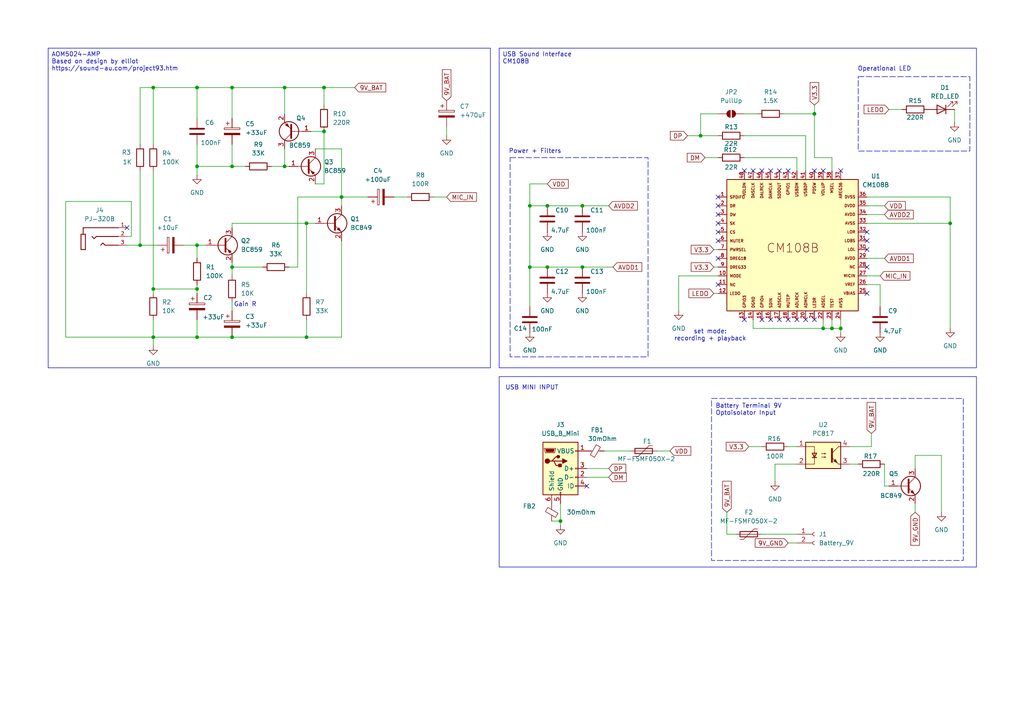
<source format=kicad_sch>
(kicad_sch (version 20250114) (generator "eeschema") (generator_version "9.0")
  (paper "A4")
  (lib_symbols
    (symbol "CM108B:CM108B" (pin_names (offset 1.016))
      (property "Reference" "U" (at 17.78 21.844 0))
      (property "Value" "CM108B" (at 17.78 -20.32 0))
      (symbol "CM108B_0_0"
        (rectangle (start -17.78 -17.78) (end 20.32 20.32) (stroke (width 0.254)) (fill (type background)))
        (text "SPDIFO" (at -17.018 14.732 0) (effects (font (size 0.8128 0.8128)) (justify left bottom)))
        (text "DR" (at -17.018 12.192 0) (effects (font (size 0.8128 0.8128)) (justify left bottom)))
        (text "DW" (at -17.018 9.652 0) (effects (font (size 0.8128 0.8128)) (justify left bottom)))
        (text "SK" (at -17.018 7.112 0) (effects (font (size 0.8128 0.8128)) (justify left bottom)))
        (text "CS" (at -17.018 4.572 0) (effects (font (size 0.8128 0.8128)) (justify left bottom)))
        (text "MUTER" (at -17.018 2.032 0) (effects (font (size 0.8128 0.8128)) (justify left bottom)))
        (text "PWRSEL" (at -17.018 -0.508 0) (effects (font (size 0.8128 0.8128)) (justify left bottom)))
        (text "DREG18" (at -17.018 -3.048 0) (effects (font (size 0.8128 0.8128)) (justify left bottom)))
        (text "DREG33" (at -17.018 -5.588 0) (effects (font (size 0.8128 0.8128)) (justify left bottom)))
        (text "MODE" (at -17.018 -8.128 0) (effects (font (size 0.8128 0.8128)) (justify left bottom)))
        (text "NC" (at -17.018 -10.668 0) (effects (font (size 0.8128 0.8128)) (justify left bottom)))
        (text "LEDO" (at -17.018 -13.208 0) (effects (font (size 0.8128 0.8128)) (justify left bottom)))
        (text "VOLDN" (at -13.208 19.558 900) (effects (font (size 0.8128 0.8128)) (justify right top)))
        (text "GPIO3" (at -12.192 -17.018 900) (effects (font (size 0.8128 0.8128)) (justify left bottom)))
        (text "DASCLK" (at -10.668 19.558 900) (effects (font (size 0.8128 0.8128)) (justify right top)))
        (text "DGND" (at -9.652 -17.018 900) (effects (font (size 0.8128 0.8128)) (justify left bottom)))
        (text "DALRCK" (at -8.128 19.558 900) (effects (font (size 0.8128 0.8128)) (justify right top)))
        (text "GPIO4" (at -7.112 -17.018 900) (effects (font (size 0.8128 0.8128)) (justify left bottom)))
        (text "CM108B" (at -6.35 -1.016 0) (effects (font (size 2.54 2.54)) (justify left bottom)))
        (text "DAMCLK" (at -5.588 19.558 900) (effects (font (size 0.8128 0.8128)) (justify right top)))
        (text "SDIN" (at -4.572 -17.018 900) (effects (font (size 0.8128 0.8128)) (justify left bottom)))
        (text "SDDOUT" (at -3.048 19.558 900) (effects (font (size 0.8128 0.8128)) (justify right top)))
        (text "ADSCLK" (at -2.032 -17.018 900) (effects (font (size 0.8128 0.8128)) (justify left bottom)))
        (text "GPIO1" (at -0.508 19.558 900) (effects (font (size 0.8128 0.8128)) (justify right top)))
        (text "MUTEP" (at 0.508 -17.018 900) (effects (font (size 0.8128 0.8128)) (justify left bottom)))
        (text "USBDM" (at 2.032 19.558 900) (effects (font (size 0.8128 0.8128)) (justify right top)))
        (text "ADLRCK" (at 3.048 -17.018 900) (effects (font (size 0.8128 0.8128)) (justify left bottom)))
        (text "USBDP" (at 4.572 19.558 900) (effects (font (size 0.8128 0.8128)) (justify right top)))
        (text "ADMCLK" (at 5.588 -17.018 900) (effects (font (size 0.8128 0.8128)) (justify left bottom)))
        (text "PDSW" (at 7.112 19.558 900) (effects (font (size 0.8128 0.8128)) (justify right top)))
        (text "LEDR" (at 8.128 -17.018 900) (effects (font (size 0.8128 0.8128)) (justify left bottom)))
        (text "VOLUP" (at 9.652 19.558 900) (effects (font (size 0.8128 0.8128)) (justify right top)))
        (text "ADSEL" (at 10.668 -17.018 900) (effects (font (size 0.8128 0.8128)) (justify left bottom)))
        (text "MSEL" (at 12.192 19.558 900) (effects (font (size 0.8128 0.8128)) (justify right top)))
        (text "TEST" (at 13.208 -17.018 900) (effects (font (size 0.8128 0.8128)) (justify left bottom)))
        (text "AREG36" (at 14.732 19.558 900) (effects (font (size 0.8128 0.8128)) (justify right top)))
        (text "AVSS" (at 15.748 -17.018 900) (effects (font (size 0.8128 0.8128)) (justify left bottom)))
        (text "DVSS" (at 19.558 15.748 0) (effects (font (size 0.8128 0.8128)) (justify right top)))
        (text "DVDD" (at 19.558 13.208 0) (effects (font (size 0.8128 0.8128)) (justify right top)))
        (text "AVDD" (at 19.558 10.668 0) (effects (font (size 0.8128 0.8128)) (justify right top)))
        (text "AVSS" (at 19.558 8.128 0) (effects (font (size 0.8128 0.8128)) (justify right top)))
        (text "LOR" (at 19.558 5.588 0) (effects (font (size 0.8128 0.8128)) (justify right top)))
        (text "LOBS" (at 19.558 3.048 0) (effects (font (size 0.8128 0.8128)) (justify right top)))
        (text "LOL" (at 19.558 0.508 0) (effects (font (size 0.8128 0.8128)) (justify right top)))
        (text "AVDD" (at 19.558 -2.032 0) (effects (font (size 0.8128 0.8128)) (justify right top)))
        (text "NC" (at 19.558 -4.572 0) (effects (font (size 0.8128 0.8128)) (justify right top)))
        (text "MICIN" (at 19.558 -7.112 0) (effects (font (size 0.8128 0.8128)) (justify right top)))
        (text "VREF" (at 19.558 -9.652 0) (effects (font (size 0.8128 0.8128)) (justify right top)))
        (text "VBIAS" (at 19.558 -12.192 0) (effects (font (size 0.8128 0.8128)) (justify right top)))
        (pin bidirectional line (at -20.32 15.24 0) (length 2.54) (name "~") (number "1"))
        (pin bidirectional line (at -20.32 12.7 0) (length 2.54) (name "~") (number "2"))
        (pin bidirectional line (at -20.32 10.16 0) (length 2.54) (name "~") (number "3"))
        (pin bidirectional line (at -20.32 7.62 0) (length 2.54) (name "~") (number "4"))
        (pin bidirectional line (at -20.32 5.08 0) (length 2.54) (name "~") (number "5"))
        (pin bidirectional line (at -20.32 2.54 0) (length 2.54) (name "~") (number "6"))
        (pin bidirectional line (at -20.32 0 0) (length 2.54) (name "~") (number "7"))
        (pin bidirectional line (at -20.32 -2.54 0) (length 2.54) (name "~") (number "8"))
        (pin bidirectional line (at -20.32 -5.08 0) (length 2.54) (name "~") (number "9"))
        (pin bidirectional line (at -20.32 -7.62 0) (length 2.54) (name "~") (number "10"))
        (pin bidirectional line (at -20.32 -10.16 0) (length 2.54) (name "~") (number "11"))
        (pin bidirectional line (at -20.32 -12.7 0) (length 2.54) (name "~") (number "12"))
        (pin bidirectional line (at -12.7 22.86 270) (length 2.54) (name "~") (number "48"))
        (pin bidirectional line (at -12.7 -20.32 90) (length 2.54) (name "~") (number "13"))
        (pin bidirectional line (at -10.16 22.86 270) (length 2.54) (name "~") (number "47"))
        (pin bidirectional line (at -10.16 -20.32 90) (length 2.54) (name "~") (number "14"))
        (pin bidirectional line (at -7.62 22.86 270) (length 2.54) (name "~") (number "46"))
        (pin bidirectional line (at -7.62 -20.32 90) (length 2.54) (name "~") (number "15"))
        (pin bidirectional line (at -5.08 22.86 270) (length 2.54) (name "~") (number "45"))
        (pin bidirectional line (at -5.08 -20.32 90) (length 2.54) (name "~") (number "16"))
        (pin bidirectional line (at -2.54 22.86 270) (length 2.54) (name "~") (number "44"))
        (pin bidirectional line (at -2.54 -20.32 90) (length 2.54) (name "~") (number "17"))
        (pin bidirectional line (at 0 22.86 270) (length 2.54) (name "~") (number "43"))
        (pin bidirectional line (at 0 -20.32 90) (length 2.54) (name "~") (number "18"))
        (pin bidirectional line (at 2.54 22.86 270) (length 2.54) (name "~") (number "42"))
        (pin bidirectional line (at 2.54 -20.32 90) (length 2.54) (name "~") (number "19"))
        (pin bidirectional line (at 5.08 22.86 270) (length 2.54) (name "~") (number "41"))
        (pin bidirectional line (at 5.08 -20.32 90) (length 2.54) (name "~") (number "20"))
        (pin bidirectional line (at 7.62 22.86 270) (length 2.54) (name "~") (number "40"))
        (pin bidirectional line (at 7.62 -20.32 90) (length 2.54) (name "~") (number "21"))
        (pin bidirectional line (at 10.16 22.86 270) (length 2.54) (name "~") (number "39"))
        (pin bidirectional line (at 10.16 -20.32 90) (length 2.54) (name "~") (number "22"))
        (pin bidirectional line (at 12.7 22.86 270) (length 2.54) (name "~") (number "38"))
        (pin bidirectional line (at 12.7 -20.32 90) (length 2.54) (name "~") (number "23"))
        (pin bidirectional line (at 15.24 22.86 270) (length 2.54) (name "~") (number "37"))
        (pin bidirectional line (at 15.24 -20.32 90) (length 2.54) (name "~") (number "24"))
        (pin bidirectional line (at 22.86 15.24 180) (length 2.54) (name "~") (number "36"))
        (pin bidirectional line (at 22.86 12.7 180) (length 2.54) (name "~") (number "35"))
        (pin bidirectional line (at 22.86 10.16 180) (length 2.54) (name "~") (number "34"))
        (pin bidirectional line (at 22.86 7.62 180) (length 2.54) (name "~") (number "33"))
        (pin bidirectional line (at 22.86 5.08 180) (length 2.54) (name "~") (number "32"))
        (pin bidirectional line (at 22.86 2.54 180) (length 2.54) (name "~") (number "31"))
        (pin bidirectional line (at 22.86 0 180) (length 2.54) (name "~") (number "30"))
        (pin bidirectional line (at 22.86 -2.54 180) (length 2.54) (name "~") (number "29"))
        (pin bidirectional line (at 22.86 -5.08 180) (length 2.54) (name "~") (number "28"))
        (pin bidirectional line (at 22.86 -7.62 180) (length 2.54) (name "~") (number "27"))
        (pin bidirectional line (at 22.86 -10.16 180) (length 2.54) (name "~") (number "26"))
        (pin bidirectional line (at 22.86 -12.7 180) (length 2.54) (name "~") (number "25"))
      )
    )
    (symbol "Connector:Conn_01x02_Socket" (pin_names (offset 1.016) (hide yes))
      (property "Reference" "J" (at 0 2.54 0))
      (property "Value" "Conn_01x02_Socket" (at 0 -5.08 0))
      (symbol "Conn_01x02_Socket_1_1"
        (polyline (pts (xy -1.27 0) (xy -0.508 0)) (stroke (width 0.1524)))
        (polyline (pts (xy -1.27 -2.54) (xy -0.508 -2.54)) (stroke (width 0.1524)))
        (arc (start 0 -0.508) (mid -0.5058 0) (end 0 0.508) (stroke (width 0.1524)))
        (arc (start 0 -3.048) (mid -0.5058 -2.54) (end 0 -2.032) (stroke (width 0.1524)))
        (pin passive line (at -5.08 0 0) (length 3.81) (name "Pin_1") (number "1"))
        (pin passive line (at -5.08 -2.54 0) (length 3.81) (name "Pin_2") (number "2"))
      )
    )
    (symbol "Connector:USB_B_Mini" (pin_names (offset 1.016))
      (property "Reference" "J" (at -5.08 11.43 0))
      (property "Value" "USB_B_Mini" (at -5.08 8.89 0))
      (symbol "USB_B_Mini_0_1"
        (rectangle (start -5.08 -7.62) (end 5.08 7.62) (stroke (width 0.254)) (fill (type background)))
        (polyline (pts (xy -4.699 5.842) (xy -4.699 5.588) (xy -4.445 4.826) (xy -4.445 4.572) (xy -1.651 4.572) (xy -1.651 4.826) (xy -1.397 5.588) (xy -1.397 5.842) (xy -4.699 5.842)))
        (polyline (pts (xy -4.318 5.588) (xy -1.778 5.588) (xy -2.032 4.826) (xy -4.064 4.826) (xy -4.318 5.588)) (fill (type outline)))
        (circle (center -3.81 2.159) (radius 0.635) (stroke (width 0.254)) (fill (type outline)))
        (polyline (pts (xy -3.175 2.159) (xy -2.54 2.159) (xy -1.27 3.429) (xy -0.635 3.429)) (stroke (width 0.254)))
        (polyline (pts (xy -2.54 2.159) (xy -1.905 2.159) (xy -1.27 0.889) (xy 0 0.889)) (stroke (width 0.254)))
        (polyline (pts (xy -1.905 2.159) (xy 0.635 2.159)) (stroke (width 0.254)))
        (circle (center -0.635 3.429) (radius 0.381) (stroke (width 0.254)) (fill (type outline)))
        (rectangle (start -0.127 -7.62) (end 0.127 -6.858))
        (rectangle (start 0.254 1.27) (end -0.508 0.508) (stroke (width 0.254)) (fill (type outline)))
        (polyline (pts (xy 0.635 2.794) (xy 0.635 1.524) (xy 1.905 2.159) (xy 0.635 2.794)) (stroke (width 0.254)) (fill (type outline)))
        (rectangle (start 5.08 4.953) (end 4.318 5.207))
        (rectangle (start 5.08 -0.127) (end 4.318 0.127))
        (rectangle (start 5.08 -2.667) (end 4.318 -2.413))
        (rectangle (start 5.08 -5.207) (end 4.318 -4.953))
      )
      (symbol "USB_B_Mini_1_1"
        (pin passive line (at -2.54 -10.16 90) (length 2.54) (name "Shield") (number "6"))
        (pin power_out line (at 0 -10.16 90) (length 2.54) (name "GND") (number "5"))
        (pin power_out line (at 7.62 5.08 180) (length 2.54) (name "VBUS") (number "1"))
        (pin bidirectional line (at 7.62 0 180) (length 2.54) (name "D+") (number "3"))
        (pin bidirectional line (at 7.62 -2.54 180) (length 2.54) (name "D-") (number "2"))
        (pin passive line (at 7.62 -5.08 180) (length 2.54) (name "ID") (number "4"))
      )
    )
    (symbol "Device:C" (pin_numbers (hide yes)) (pin_names (offset 0.254))
      (property "Reference" "C" (at 0.635 2.54 0))
      (property "Value" "C" (at 0.635 -2.54 0))
      (symbol "C_0_1"
        (polyline (pts (xy -2.032 0.762) (xy 2.032 0.762)) (stroke (width 0.508)))
        (polyline (pts (xy -2.032 -0.762) (xy 2.032 -0.762)) (stroke (width 0.508)))
      )
      (symbol "C_1_1"
        (pin passive line (at 0 3.81 270) (length 2.794) (name "~") (number "1"))
        (pin passive line (at 0 -3.81 90) (length 2.794) (name "~") (number "2"))
      )
    )
    (symbol "Device:C_Polarized" (pin_numbers (hide yes)) (pin_names (offset 0.254))
      (property "Reference" "C" (at 0.635 2.54 0))
      (property "Value" "C_Polarized" (at 0.635 -2.54 0))
      (symbol "C_Polarized_0_1"
        (rectangle (start -2.286 0.508) (end 2.286 1.016))
        (polyline (pts (xy -1.778 2.286) (xy -0.762 2.286)))
        (polyline (pts (xy -1.27 2.794) (xy -1.27 1.778)))
        (rectangle (start 2.286 -0.508) (end -2.286 -1.016) (fill (type outline)))
      )
      (symbol "C_Polarized_1_1"
        (pin passive line (at 0 3.81 270) (length 2.794) (name "~") (number "1"))
        (pin passive line (at 0 -3.81 90) (length 2.794) (name "~") (number "2"))
      )
    )
    (symbol "Device:FerriteBead_Small" (pin_numbers (hide yes)) (pin_names (offset 0))
      (property "Reference" "FB" (at 1.905 1.27 0))
      (property "Value" "FerriteBead_Small" (at 1.905 -1.27 0))
      (symbol "FerriteBead_Small_0_1"
        (polyline (pts (xy -1.8288 0.2794) (xy -1.1176 1.4986) (xy 1.8288 -0.2032) (xy 1.1176 -1.4224) (xy -1.8288 0.2794)))
        (polyline (pts (xy 0 0.889) (xy 0 1.2954)))
        (polyline (pts (xy 0 -1.27) (xy 0 -0.7874)))
      )
      (symbol "FerriteBead_Small_1_1"
        (pin passive line (at 0 2.54 270) (length 1.27) (name "~") (number "1"))
        (pin passive line (at 0 -2.54 90) (length 1.27) (name "~") (number "2"))
      )
    )
    (symbol "Device:LED" (pin_numbers (hide yes)) (pin_names (offset 1.016) (hide yes))
      (property "Reference" "D" (at 0 2.54 0))
      (property "Value" "LED" (at 0 -2.54 0))
      (symbol "LED_0_1"
        (polyline (pts (xy -3.048 -0.762) (xy -4.572 -2.286) (xy -3.81 -2.286) (xy -4.572 -2.286) (xy -4.572 -1.524)))
        (polyline (pts (xy -1.778 -0.762) (xy -3.302 -2.286) (xy -2.54 -2.286) (xy -3.302 -2.286) (xy -3.302 -1.524)))
        (polyline (pts (xy -1.27 0) (xy 1.27 0)))
        (polyline (pts (xy -1.27 -1.27) (xy -1.27 1.27)) (stroke (width 0.254)))
        (polyline (pts (xy 1.27 -1.27) (xy 1.27 1.27) (xy -1.27 0) (xy 1.27 -1.27)) (stroke (width 0.254)))
      )
      (symbol "LED_1_1"
        (pin passive line (at -3.81 0 0) (length 2.54) (name "K") (number "1"))
        (pin passive line (at 3.81 0 180) (length 2.54) (name "A") (number "2"))
      )
    )
    (symbol "Device:Polyfuse" (pin_numbers (hide yes)) (pin_names (offset 0))
      (property "Reference" "F" (at -2.54 0 90))
      (property "Value" "Polyfuse" (at 2.54 0 90))
      (symbol "Polyfuse_0_1"
        (polyline (pts (xy -1.524 2.54) (xy -1.524 1.524) (xy 1.524 -1.524) (xy 1.524 -2.54)))
        (rectangle (start -0.762 2.54) (end 0.762 -2.54) (stroke (width 0.254)))
        (polyline (pts (xy 0 2.54) (xy 0 -2.54)))
      )
      (symbol "Polyfuse_1_1"
        (pin passive line (at 0 3.81 270) (length 1.27) (name "~") (number "1"))
        (pin passive line (at 0 -3.81 90) (length 1.27) (name "~") (number "2"))
      )
    )
    (symbol "Device:R" (pin_numbers (hide yes)) (pin_names (offset 0))
      (property "Reference" "R" (at 2.032 0 90))
      (property "Value" "R" (at 0 0 90))
      (symbol "R_0_1"
        (rectangle (start -1.016 -2.54) (end 1.016 2.54) (stroke (width 0.254)))
      )
      (symbol "R_1_1"
        (pin passive line (at 0 3.81 270) (length 1.27) (name "~") (number "1"))
        (pin passive line (at 0 -3.81 90) (length 1.27) (name "~") (number "2"))
      )
    )
    (symbol "Isolator:PC817" (pin_names (offset 1.016))
      (property "Reference" "U" (at -5.08 5.08 0))
      (property "Value" "PC817" (at 0 5.08 0))
      (symbol "PC817_0_1"
        (rectangle (start -5.08 3.81) (end 5.08 -3.81) (stroke (width 0.254)) (fill (type background)))
        (polyline (pts (xy -5.08 2.54) (xy -2.54 2.54) (xy -2.54 -0.635)))
        (polyline (pts (xy -3.175 -0.635) (xy -1.905 -0.635)) (stroke (width 0.254)))
        (polyline (pts (xy -2.54 -0.635) (xy -2.54 -2.54) (xy -5.08 -2.54)))
        (polyline (pts (xy -2.54 -0.635) (xy -3.175 0.635) (xy -1.905 0.635) (xy -2.54 -0.635)) (stroke (width 0.254)))
        (polyline (pts (xy -0.508 0.508) (xy 0.762 0.508) (xy 0.381 0.381) (xy 0.381 0.635) (xy 0.762 0.508)))
        (polyline (pts (xy -0.508 -0.508) (xy 0.762 -0.508) (xy 0.381 -0.635) (xy 0.381 -0.381) (xy 0.762 -0.508)))
        (polyline (pts (xy 2.54 1.905) (xy 2.54 -1.905) (xy 2.54 -1.905)) (stroke (width 0.508)))
        (polyline (pts (xy 2.54 0.635) (xy 4.445 2.54)))
        (polyline (pts (xy 3.048 -1.651) (xy 3.556 -1.143) (xy 4.064 -2.159) (xy 3.048 -1.651) (xy 3.048 -1.651)) (fill (type outline)))
        (polyline (pts (xy 4.445 2.54) (xy 5.08 2.54)))
        (polyline (pts (xy 4.445 -2.54) (xy 2.54 -0.635)) (fill (type outline)))
        (polyline (pts (xy 4.445 -2.54) (xy 5.08 -2.54)))
      )
      (symbol "PC817_1_1"
        (pin passive line (at -7.62 2.54 0) (length 2.54) (name "~") (number "1"))
        (pin passive line (at -7.62 -2.54 0) (length 2.54) (name "~") (number "2"))
        (pin passive line (at 7.62 2.54 180) (length 2.54) (name "~") (number "4"))
        (pin passive line (at 7.62 -2.54 180) (length 2.54) (name "~") (number "3"))
      )
    )
    (symbol "Jumper:SolderJumper_2_Open" (pin_numbers (hide yes)) (pin_names (offset 0) (hide yes)) (in_bom no)
      (property "Reference" "JP" (at 0 2.032 0))
      (property "Value" "SolderJumper_2_Open" (at 0 -2.54 0))
      (symbol "SolderJumper_2_Open_0_1"
        (polyline (pts (xy -0.254 1.016) (xy -0.254 -1.016)))
        (arc (start -0.254 -1.016) (mid -1.2656 0) (end -0.254 1.016))
        (arc (start -0.254 -1.016) (mid -1.2656 0) (end -0.254 1.016) (fill (type outline)))
        (arc (start 0.254 1.016) (mid 1.2656 0) (end 0.254 -1.016))
        (arc (start 0.254 1.016) (mid 1.2656 0) (end 0.254 -1.016) (fill (type outline)))
        (polyline (pts (xy 0.254 1.016) (xy 0.254 -1.016)))
      )
      (symbol "SolderJumper_2_Open_1_1"
        (pin passive line (at -3.81 0 0) (length 2.54) (name "A") (number "1"))
        (pin passive line (at 3.81 0 180) (length 2.54) (name "B") (number "2"))
      )
    )
    (symbol "PJ-320B:PJ-320B" (pin_names (offset 1.016))
      (property "Reference" "J" (at -5.08 5.08 0))
      (property "Value" "PJ-320B" (at -5.08 -7.62 0))
      (symbol "PJ-320B_0_0"
        (polyline (pts (xy -5.715 0.635) (xy -5.08 0.635)) (stroke (width 0.254)))
        (polyline (pts (xy -5.715 -3.81) (xy -5.715 0.635)) (stroke (width 0.254)))
        (polyline (pts (xy -5.08 2.54) (xy -5.08 0.635)) (stroke (width 0.254)))
        (polyline (pts (xy -5.08 0.635) (xy -4.445 0.635)) (stroke (width 0.254)))
        (polyline (pts (xy -4.445 0.635) (xy -4.445 -3.81)) (stroke (width 0.254)))
        (polyline (pts (xy -4.445 -3.81) (xy -5.715 -3.81)) (stroke (width 0.254)))
        (polyline (pts (xy -1.905 -0.635) (xy -2.54 0)) (stroke (width 0.254)))
        (polyline (pts (xy -1.27 0) (xy -1.905 -0.635)) (stroke (width 0.254)))
        (polyline (pts (xy 0.635 -1.905) (xy 0 -2.54)) (stroke (width 0.254)))
        (polyline (pts (xy 1.27 -2.54) (xy 0.635 -1.905)) (stroke (width 0.254)))
        (polyline (pts (xy 5.08 2.54) (xy -5.08 2.54)) (stroke (width 0.254)))
        (polyline (pts (xy 5.08 0) (xy -1.27 0)) (stroke (width 0.254)))
        (polyline (pts (xy 5.08 -2.54) (xy 1.27 -2.54)) (stroke (width 0.254)))
        (pin passive line (at 7.62 2.54 180) (length 2.54) (name "~") (number "1"))
        (pin passive line (at 7.62 0 180) (length 2.54) (name "~") (number "2"))
        (pin passive line (at 7.62 -2.54 180) (length 2.54) (name "~") (number "3"))
      )
    )
    (symbol "Transistor_BJT:BC849" (pin_names (offset 0) (hide yes))
      (property "Reference" "Q" (at 5.08 1.905 0))
      (property "Value" "BC849" (at 5.08 0 0))
      (symbol "BC849_0_1"
        (polyline (pts (xy -2.54 0) (xy 0.635 0)))
        (polyline (pts (xy 0.635 1.905) (xy 0.635 -1.905)) (stroke (width 0.508)))
        (circle (center 1.27 0) (radius 2.8194) (stroke (width 0.254)))
      )
      (symbol "BC849_1_1"
        (polyline (pts (xy 0.635 0.635) (xy 2.54 2.54)))
        (polyline (pts (xy 0.635 -0.635) (xy 2.54 -2.54)))
        (polyline (pts (xy 1.27 -1.778) (xy 1.778 -1.27) (xy 2.286 -2.286) (xy 1.27 -1.778)) (fill (type outline)))
        (pin input line (at -5.08 0 0) (length 2.54) (name "B") (number "1"))
        (pin passive line (at 2.54 5.08 270) (length 2.54) (name "C") (number "3"))
        (pin passive line (at 2.54 -5.08 90) (length 2.54) (name "E") (number "2"))
      )
    )
    (symbol "Transistor_BJT:BC859" (pin_names (offset 0) (hide yes))
      (property "Reference" "Q" (at 5.08 1.905 0))
      (property "Value" "BC859" (at 5.08 0 0))
      (symbol "BC859_0_1"
        (polyline (pts (xy -2.54 0) (xy 0.635 0)))
        (polyline (pts (xy 0.635 1.905) (xy 0.635 -1.905)) (stroke (width 0.508)))
        (polyline (pts (xy 0.635 0.635) (xy 2.54 2.54)))
        (polyline (pts (xy 0.635 -0.635) (xy 2.54 -2.54)))
        (circle (center 1.27 0) (radius 2.8194) (stroke (width 0.254)))
        (polyline (pts (xy 2.286 -1.778) (xy 1.778 -2.286) (xy 1.27 -1.27) (xy 2.286 -1.778)) (fill (type outline)))
      )
      (symbol "BC859_1_1"
        (pin input line (at -5.08 0 0) (length 2.54) (name "B") (number "1"))
        (pin passive line (at 2.54 5.08 270) (length 2.54) (name "C") (number "3"))
        (pin passive line (at 2.54 -5.08 90) (length 2.54) (name "E") (number "2"))
      )
    )
    (symbol "power:GND" (power) (pin_numbers (hide yes)) (pin_names (offset 0) (hide yes))
      (property "Value" "GND" (at 0 -3.81 0))
      (symbol "GND_0_1"
        (polyline (pts (xy 0 0) (xy 0 -1.27) (xy 1.27 -1.27) (xy 0 -2.54) (xy -1.27 -1.27) (xy 0 -1.27)))
      )
      (symbol "GND_1_1"
        (pin power_in line (at 0 0 270) (length 0) (name "~") (number "1"))
      )
    )
  )
  (rectangle (start 144.78 109.22) (end 283.21 164.465))
  (rectangle (start 248.92 22.225) (end 281.305 43.815) (stroke (width 0) (type dash)))
  (rectangle (start 147.955 45.72) (end 187.96 103.505) (stroke (width 0) (type dash)))
  (rectangle (start 206.375 115.57) (end 279.4 162.56) (stroke (width 0) (type dash)))
  (text "Operational LED" (at 256.54 20.066 0) (effects (font (size 1.27 1.27))))
  (text "Battery Terminal 9V\nOptoisolator Input" (at 207.518 118.872 0) (effects (font (size 1.27 1.27)) (justify left)))
  (text "set mode:\nrecording + playback" (at 205.994 97.282 0) (effects (font (size 1.27 1.27))))
  (text "USB MINI INPUT" (at 146.558 112.522 0) (effects (font (size 1.27 1.27)) (justify left)))
  (text "Power + Filters\n" (at 155.194 43.942 0) (effects (font (size 1.27 1.27))))
  (text "Gain R" (at 71.12 88.392 0) (effects (font (size 1.27 1.27))))
  (text_box "USB Sound Interface\nCM108B" (at 144.78 13.97 0) (size 138.43 92.71) (margins 0.9525 0.9525 0.9525 0.9525) (effects (font (size 1.27 1.27)) (justify left top)))
  (text_box "AOM5024-AMP\nBased on design by elliot\nhttps://sound-au.com/project93.htm\n" (at 13.97 13.97 0) (size 128.27 92.71) (margins 0.9525 0.9525 0.9525 0.9525) (effects (font (size 1.27 1.27)) (justify left top)))
  (junction (at 153.67 77.47))
  (junction (at 243.84 95.25))
  (junction (at 153.67 59.69))
  (junction (at 67.31 48.26))
  (junction (at 82.55 48.26))
  (junction (at 44.45 25.4))
  (junction (at 88.9 97.79))
  (junction (at 168.91 77.47))
  (junction (at 99.06 57.15))
  (junction (at 44.45 97.79))
  (junction (at 57.15 97.79))
  (junction (at 67.31 77.47))
  (junction (at 40.64 71.12))
  (junction (at 162.56 151.13))
  (junction (at 88.9 64.77))
  (junction (at 82.55 25.4))
  (junction (at 44.45 83.82))
  (junction (at 236.22 33.02))
  (junction (at 93.98 38.1))
  (junction (at 158.75 59.69))
  (junction (at 168.91 59.69))
  (junction (at 57.15 25.4))
  (junction (at 67.31 97.79))
  (junction (at 241.3 95.25))
  (junction (at 57.15 83.82))
  (junction (at 57.15 71.12))
  (junction (at 67.31 25.4))
  (junction (at 57.15 48.26))
  (junction (at 275.59 64.77))
  (junction (at 238.76 95.25))
  (junction (at 93.98 25.4))
  (junction (at 203.2 39.37))
  (junction (at 158.75 77.47))
  (no_connect (at 36.83 66.04))
  (no_connect (at 251.46 72.39))
  (no_connect (at 208.28 59.69))
  (no_connect (at 215.9 92.71))
  (no_connect (at 208.28 62.23))
  (no_connect (at 251.46 67.31))
  (no_connect (at 228.6 49.53))
  (no_connect (at 223.52 92.71))
  (no_connect (at 220.98 92.71))
  (no_connect (at 218.44 49.53))
  (no_connect (at 231.14 92.71))
  (no_connect (at 251.46 85.09))
  (no_connect (at 226.06 49.53))
  (no_connect (at 223.52 49.53))
  (no_connect (at 236.22 92.71))
  (no_connect (at 226.06 92.71))
  (no_connect (at 208.28 82.55))
  (no_connect (at 220.98 49.53))
  (no_connect (at 208.28 74.93))
  (no_connect (at 251.46 69.85))
  (no_connect (at 236.22 49.53))
  (no_connect (at 238.76 49.53))
  (no_connect (at 233.68 92.71))
  (no_connect (at 170.18 140.97))
  (no_connect (at 208.28 69.85))
  (no_connect (at 208.28 57.15))
  (no_connect (at 215.9 49.53))
  (no_connect (at 228.6 92.71))
  (no_connect (at 251.46 77.47))
  (no_connect (at 208.28 64.77))
  (no_connect (at 243.84 49.53))
  (no_connect (at 208.28 67.31))
  (wire (pts (xy 162.56 146.05) (xy 162.56 151.13)))
  (wire (pts (xy 67.31 25.4) (xy 57.15 25.4)))
  (wire (pts (xy 220.98 154.94) (xy 231.14 154.94)))
  (wire (pts (xy 114.3 57.15) (xy 118.11 57.15)))
  (wire (pts (xy 158.75 77.47) (xy 168.91 77.47)))
  (wire (pts (xy 57.15 83.82) (xy 57.15 85.09)))
  (wire (pts (xy 162.56 151.13) (xy 162.56 152.4)))
  (wire (pts (xy 238.76 92.71) (xy 238.76 95.25)))
  (wire (pts (xy 203.2 33.02) (xy 203.2 39.37)))
  (wire (pts (xy 19.05 58.42) (xy 38.1 58.42)))
  (wire (pts (xy 57.15 92.71) (xy 57.15 97.79)))
  (wire (pts (xy 246.38 134.62) (xy 248.92 134.62)))
  (wire (pts (xy 153.67 53.34) (xy 153.67 59.69)))
  (wire (pts (xy 215.9 33.02) (xy 219.71 33.02)))
  (wire (pts (xy 241.3 95.25) (xy 243.84 95.25)))
  (wire (pts (xy 93.98 38.1) (xy 93.98 53.34)))
  (wire (pts (xy 210.82 148.59) (xy 210.82 154.94)))
  (wire (pts (xy 170.18 135.89) (xy 176.53 135.89)))
  (wire (pts (xy 190.5 130.81) (xy 194.31 130.81)))
  (wire (pts (xy 158.75 59.69) (xy 168.91 59.69)))
  (wire (pts (xy 241.3 45.72) (xy 241.3 49.53)))
  (wire (pts (xy 82.55 25.4) (xy 82.55 33.02)))
  (wire (pts (xy 44.45 25.4) (xy 40.64 25.4)))
  (wire (pts (xy 168.91 77.47) (xy 177.8 77.47)))
  (wire (pts (xy 153.67 59.69) (xy 158.75 59.69)))
  (wire (pts (xy 82.55 25.4) (xy 93.98 25.4)))
  (wire (pts (xy 83.82 77.47) (xy 86.36 77.47)))
  (wire (pts (xy 40.64 25.4) (xy 40.64 41.91)))
  (wire (pts (xy 160.02 151.13) (xy 162.56 151.13)))
  (wire (pts (xy 93.98 25.4) (xy 93.98 30.48)))
  (wire (pts (xy 57.15 41.91) (xy 57.15 48.26)))
  (wire (pts (xy 241.3 45.72) (xy 236.22 45.72)))
  (wire (pts (xy 218.44 92.71) (xy 218.44 95.25)))
  (wire (pts (xy 256.54 134.62) (xy 256.54 140.97)))
  (wire (pts (xy 57.15 71.12) (xy 57.15 74.93)))
  (wire (pts (xy 44.45 97.79) (xy 44.45 100.33)))
  (wire (pts (xy 125.73 57.15) (xy 129.54 57.15)))
  (wire (pts (xy 256.54 140.97) (xy 257.81 140.97)))
  (wire (pts (xy 38.1 68.58) (xy 38.1 58.42)))
  (wire (pts (xy 265.43 146.05) (xy 265.43 148.59)))
  (wire (pts (xy 57.15 82.55) (xy 57.15 83.82)))
  (wire (pts (xy 251.46 64.77) (xy 275.59 64.77)))
  (wire (pts (xy 215.9 45.72) (xy 231.14 45.72)))
  (wire (pts (xy 273.05 132.08) (xy 273.05 148.59)))
  (wire (pts (xy 57.15 48.26) (xy 67.31 48.26)))
  (wire (pts (xy 99.06 97.79) (xy 88.9 97.79)))
  (wire (pts (xy 238.76 95.25) (xy 241.3 95.25)))
  (wire (pts (xy 57.15 71.12) (xy 59.69 71.12)))
  (wire (pts (xy 207.01 77.47) (xy 208.28 77.47)))
  (wire (pts (xy 255.27 82.55) (xy 255.27 88.9)))
  (wire (pts (xy 57.15 97.79) (xy 67.31 97.79)))
  (wire (pts (xy 196.85 80.01) (xy 208.28 80.01)))
  (wire (pts (xy 99.06 57.15) (xy 106.68 57.15)))
  (wire (pts (xy 57.15 25.4) (xy 44.45 25.4)))
  (wire (pts (xy 67.31 66.04) (xy 67.31 64.77)))
  (wire (pts (xy 275.59 64.77) (xy 275.59 95.25)))
  (wire (pts (xy 168.91 59.69) (xy 176.53 59.69)))
  (wire (pts (xy 93.98 25.4) (xy 102.87 25.4)))
  (wire (pts (xy 67.31 64.77) (xy 88.9 64.77)))
  (wire (pts (xy 236.22 33.02) (xy 236.22 45.72)))
  (wire (pts (xy 153.67 77.47) (xy 158.75 77.47)))
  (wire (pts (xy 78.74 48.26) (xy 82.55 48.26)))
  (wire (pts (xy 36.83 71.12) (xy 40.64 71.12)))
  (wire (pts (xy 215.9 39.37) (xy 233.68 39.37)))
  (wire (pts (xy 251.46 80.01) (xy 255.27 80.01)))
  (wire (pts (xy 207.01 85.09) (xy 208.28 85.09)))
  (wire (pts (xy 276.86 31.75) (xy 276.86 35.56)))
  (wire (pts (xy 57.15 97.79) (xy 44.45 97.79)))
  (wire (pts (xy 251.46 57.15) (xy 275.59 57.15)))
  (wire (pts (xy 40.64 49.53) (xy 40.64 71.12)))
  (wire (pts (xy 90.17 38.1) (xy 93.98 38.1)))
  (wire (pts (xy 158.75 53.34) (xy 153.67 53.34)))
  (wire (pts (xy 170.18 138.43) (xy 176.53 138.43)))
  (wire (pts (xy 53.34 71.12) (xy 57.15 71.12)))
  (wire (pts (xy 210.82 154.94) (xy 213.36 154.94)))
  (wire (pts (xy 129.54 36.83) (xy 129.54 39.37)))
  (wire (pts (xy 40.64 71.12) (xy 45.72 71.12)))
  (wire (pts (xy 252.73 125.73) (xy 252.73 129.54)))
  (wire (pts (xy 275.59 57.15) (xy 275.59 64.77)))
  (wire (pts (xy 57.15 48.26) (xy 57.15 50.8)))
  (wire (pts (xy 88.9 64.77) (xy 88.9 85.09)))
  (wire (pts (xy 153.67 77.47) (xy 153.67 88.9)))
  (wire (pts (xy 207.01 72.39) (xy 208.28 72.39)))
  (wire (pts (xy 208.28 33.02) (xy 203.2 33.02)))
  (wire (pts (xy 251.46 82.55) (xy 255.27 82.55)))
  (wire (pts (xy 231.14 45.72) (xy 231.14 49.53)))
  (wire (pts (xy 217.17 129.54) (xy 220.98 129.54)))
  (wire (pts (xy 99.06 43.18) (xy 91.44 43.18)))
  (wire (pts (xy 204.47 45.72) (xy 208.28 45.72)))
  (wire (pts (xy 86.36 57.15) (xy 99.06 57.15)))
  (wire (pts (xy 243.84 95.25) (xy 243.84 96.52)))
  (wire (pts (xy 86.36 77.47) (xy 86.36 57.15)))
  (wire (pts (xy 44.45 25.4) (xy 44.45 41.91)))
  (wire (pts (xy 175.26 130.81) (xy 182.88 130.81)))
  (wire (pts (xy 236.22 30.48) (xy 236.22 33.02)))
  (wire (pts (xy 228.6 157.48) (xy 231.14 157.48)))
  (wire (pts (xy 82.55 48.26) (xy 83.82 48.26)))
  (wire (pts (xy 99.06 57.15) (xy 99.06 59.69)))
  (wire (pts (xy 44.45 92.71) (xy 44.45 97.79)))
  (wire (pts (xy 44.45 83.82) (xy 57.15 83.82)))
  (wire (pts (xy 199.39 39.37) (xy 203.2 39.37)))
  (wire (pts (xy 99.06 69.85) (xy 99.06 97.79)))
  (wire (pts (xy 67.31 77.47) (xy 76.2 77.47)))
  (wire (pts (xy 251.46 74.93) (xy 256.54 74.93)))
  (wire (pts (xy 224.79 134.62) (xy 224.79 139.7)))
  (wire (pts (xy 19.05 58.42) (xy 19.05 97.79)))
  (wire (pts (xy 67.31 41.91) (xy 67.31 48.26)))
  (wire (pts (xy 265.43 132.08) (xy 273.05 132.08)))
  (wire (pts (xy 67.31 77.47) (xy 67.31 80.01)))
  (wire (pts (xy 227.33 33.02) (xy 236.22 33.02)))
  (wire (pts (xy 67.31 25.4) (xy 67.31 34.29)))
  (wire (pts (xy 67.31 76.2) (xy 67.31 77.47)))
  (wire (pts (xy 265.43 135.89) (xy 265.43 132.08)))
  (wire (pts (xy 91.44 53.34) (xy 93.98 53.34)))
  (wire (pts (xy 251.46 62.23) (xy 256.54 62.23)))
  (wire (pts (xy 88.9 64.77) (xy 91.44 64.77)))
  (wire (pts (xy 67.31 25.4) (xy 82.55 25.4)))
  (wire (pts (xy 231.14 134.62) (xy 224.79 134.62)))
  (wire (pts (xy 218.44 95.25) (xy 238.76 95.25)))
  (wire (pts (xy 36.83 68.58) (xy 38.1 68.58)))
  (wire (pts (xy 153.67 59.69) (xy 153.67 77.47)))
  (wire (pts (xy 203.2 39.37) (xy 208.28 39.37)))
  (wire (pts (xy 19.05 97.79) (xy 44.45 97.79)))
  (wire (pts (xy 243.84 92.71) (xy 243.84 95.25)))
  (wire (pts (xy 241.3 92.71) (xy 241.3 95.25)))
  (wire (pts (xy 82.55 43.18) (xy 82.55 48.26)))
  (wire (pts (xy 88.9 92.71) (xy 88.9 97.79)))
  (wire (pts (xy 251.46 59.69) (xy 256.54 59.69)))
  (wire (pts (xy 67.31 97.79) (xy 88.9 97.79)))
  (wire (pts (xy 257.81 31.75) (xy 261.62 31.75)))
  (wire (pts (xy 228.6 129.54) (xy 231.14 129.54)))
  (wire (pts (xy 44.45 83.82) (xy 44.45 85.09)))
  (wire (pts (xy 57.15 25.4) (xy 57.15 34.29)))
  (wire (pts (xy 233.68 39.37) (xy 233.68 49.53)))
  (wire (pts (xy 67.31 48.26) (xy 71.12 48.26)))
  (wire (pts (xy 44.45 49.53) (xy 44.45 83.82)))
  (wire (pts (xy 99.06 43.18) (xy 99.06 57.15)))
  (wire (pts (xy 67.31 87.63) (xy 67.31 90.17)))
  (wire (pts (xy 196.85 80.01) (xy 196.85 90.17)))
  (wire (pts (xy 246.38 129.54) (xy 252.73 129.54)))
  (global_label "MIC_IN" (shape input) (at 129.54 57.15 0) (property "Intersheetrefs" "${INTERSHEET_REFS}" (effects (hide yes))))
  (global_label "9V_BAT" (shape input) (at 102.87 25.4 0) (property "Intersheetrefs" "${INTERSHEET_REFS}" (effects (hide yes))))
  (global_label "V3.3" (shape input) (at 207.01 72.39 180) (property "Intersheetrefs" "${INTERSHEET_REFS}" (effects (hide yes))))
  (global_label "LEDO" (shape input) (at 257.81 31.75 180) (property "Intersheetrefs" "${INTERSHEET_REFS}" (effects (hide yes))))
  (global_label "VDD" (shape input) (at 158.75 53.34 0) (property "Intersheetrefs" "${INTERSHEET_REFS}" (effects (hide yes))))
  (global_label "DM" (shape input) (at 176.53 138.43 0) (property "Intersheetrefs" "${INTERSHEET_REFS}" (effects (hide yes))))
  (global_label "DP" (shape input) (at 199.39 39.37 180) (property "Intersheetrefs" "${INTERSHEET_REFS}" (effects (hide yes))))
  (global_label "DM" (shape input) (at 204.47 45.72 180) (property "Intersheetrefs" "${INTERSHEET_REFS}" (effects (hide yes))))
  (global_label "AVDD2" (shape input) (at 176.53 59.69 0) (property "Intersheetrefs" "${INTERSHEET_REFS}" (effects (hide yes))))
  (global_label "DP" (shape input) (at 176.53 135.89 0) (property "Intersheetrefs" "${INTERSHEET_REFS}" (effects (hide yes))))
  (global_label "9V_BAT" (shape input) (at 210.82 148.59 90) (property "Intersheetrefs" "${INTERSHEET_REFS}" (effects (hide yes))))
  (global_label "V3.3" (shape input) (at 217.17 129.54 180) (property "Intersheetrefs" "${INTERSHEET_REFS}" (effects (hide yes))))
  (global_label "9V_BAT" (shape input) (at 129.54 29.21 90) (property "Intersheetrefs" "${INTERSHEET_REFS}" (effects (hide yes))))
  (global_label "V3.3" (shape input) (at 236.22 30.48 90) (property "Intersheetrefs" "${INTERSHEET_REFS}" (effects (hide yes))))
  (global_label "LEDO" (shape input) (at 207.01 85.09 180) (property "Intersheetrefs" "${INTERSHEET_REFS}" (effects (hide yes))))
  (global_label "MIC_IN" (shape input) (at 255.27 80.01 0) (property "Intersheetrefs" "${INTERSHEET_REFS}" (effects (hide yes))))
  (global_label "AVDD1" (shape input) (at 177.8 77.47 0) (property "Intersheetrefs" "${INTERSHEET_REFS}" (effects (hide yes))))
  (global_label "9V_GND" (shape input) (at 228.6 157.48 180) (property "Intersheetrefs" "${INTERSHEET_REFS}" (effects (hide yes))))
  (global_label "9V_BAT" (shape input) (at 252.73 125.73 90) (property "Intersheetrefs" "${INTERSHEET_REFS}" (effects (hide yes))))
  (global_label "AVDD1" (shape input) (at 256.54 74.93 0) (property "Intersheetrefs" "${INTERSHEET_REFS}" (effects (hide yes))))
  (global_label "VDD" (shape input) (at 194.31 130.81 0) (property "Intersheetrefs" "${INTERSHEET_REFS}" (effects (hide yes))))
  (global_label "V3.3" (shape input) (at 207.01 77.47 180) (property "Intersheetrefs" "${INTERSHEET_REFS}" (effects (hide yes))))
  (global_label "9V_GND" (shape input) (at 265.43 148.59 270) (property "Intersheetrefs" "${INTERSHEET_REFS}" (effects (hide yes))))
  (global_label "AVDD2" (shape input) (at 256.54 62.23 0) (property "Intersheetrefs" "${INTERSHEET_REFS}" (effects (hide yes))))
  (global_label "VDD" (shape input) (at 256.54 59.69 0) (property "Intersheetrefs" "${INTERSHEET_REFS}" (effects (hide yes))))
  (symbol (lib_id "Device:Polyfuse") (at 217.17 154.94 90) (unit 1)
    (property "Reference" "F2" (at 217.17 148.59 90))
    (property "Value" "MF-FSMF050X-2" (at 217.17 151.13 90))
    (property "Footprint" "Fuse:Fuse_0603_1608Metric" (effects (hide yes)))
    (property "Description" "Resettable fuse, polymeric positive temperature coefficient" (effects (hide yes)))
  )
  (symbol (lib_id "Device:R") (at 93.98 34.29 0) (unit 1)
    (property "Reference" "R10" (at 96.52 33.0199 0) (effects (justify left)))
    (property "Value" "220R" (at 96.52 35.5599 0) (effects (justify left)))
    (property "Footprint" "Resistor_SMD:R_0805_2012Metric" (effects (hide yes)))
    (property "Description" "Resistor" (effects (hide yes)))
  )
  (symbol (lib_id "Device:R") (at 265.43 31.75 270) (unit 1)
    (property "Reference" "R15" (at 265.43 29.21 90))
    (property "Value" "220R" (at 265.43 34.036 90))
    (property "Footprint" "Resistor_SMD:R_0805_2012Metric" (effects (hide yes)))
    (property "Description" "Resistor" (effects (hide yes)))
  )
  (symbol (lib_id "power:GND") (at 158.75 67.31 0) (unit 1)
    (property "Reference" "#PWR011" (effects (hide yes)))
    (property "Value" "GND" (at 158.75 72.39 0))
    (property "Description" "Power symbol creates a global label with name \"GND\" , ground" (effects (hide yes)))
  )
  (symbol (lib_id "Device:R") (at 212.09 39.37 270) (unit 1)
    (property "Reference" "R13" (at 212.09 36.83 90))
    (property "Value" "22R" (at 212.09 41.656 90))
    (property "Footprint" "Resistor_SMD:R_0805_2012Metric" (effects (hide yes)))
    (property "Description" "Resistor" (effects (hide yes)))
  )
  (symbol (lib_id "power:GND") (at 243.84 96.52 0) (unit 1)
    (property "Reference" "#PWR07" (effects (hide yes)))
    (property "Value" "GND" (at 243.84 101.6 0))
    (property "Description" "Power symbol creates a global label with name \"GND\" , ground" (effects (hide yes)))
  )
  (symbol (lib_id "Isolator:PC817") (at 238.76 132.08 0) (unit 1)
    (property "Reference" "U2" (at 238.76 123.19 0))
    (property "Value" "PC817" (at 238.76 125.73 0))
    (property "Footprint" "Package_DIP:DIP-4_W7.62mm_SMDSocket_SmallPads" (effects (hide yes)))
    (property "Datasheet" "http://www.soselectronic.cz/a_info/resource/d/pc817.pdf" (effects (hide yes)))
    (property "Description" "DC Optocoupler, Vce 35V, CTR 50-300%, DIP-4" (effects (hide yes)))
  )
  (symbol (lib_id "power:GND") (at 275.59 95.25 0) (unit 1)
    (property "Reference" "#PWR06" (effects (hide yes)))
    (property "Value" "GND" (at 275.59 100.33 0))
    (property "Description" "Power symbol creates a global label with name \"GND\" , ground" (effects (hide yes)))
  )
  (symbol (lib_id "Device:C") (at 153.67 92.71 0) (unit 1)
    (property "Reference" "C14" (at 152.908 95.25 0) (effects (justify right)))
    (property "Value" "100nF" (at 160.274 95.504 0) (effects (justify right)))
    (property "Footprint" "Capacitor_SMD:C_0805_2012Metric" (effects (hide yes)))
    (property "Description" "Unpolarized capacitor" (effects (hide yes)))
  )
  (symbol (lib_id "Device:LED") (at 273.05 31.75 180) (unit 1)
    (property "Reference" "D1" (at 274.066 25.4 0))
    (property "Value" "RED_LED" (at 274.066 27.94 0))
    (property "Footprint" "LED_SMD:LED_0603_1608Metric" (effects (hide yes)))
    (property "Description" "Light emitting diode" (effects (hide yes)))
    (property "Sim.Pins" "1=K 2=A" (effects (hide yes)))
  )
  (symbol (lib_id "Device:FerriteBead_Small") (at 172.72 130.81 90) (unit 1)
    (property "Reference" "FB1" (at 173.228 124.714 90))
    (property "Value" "30mOhm" (at 174.752 127.254 90))
    (property "Footprint" "Inductor_SMD:L_0603_1608Metric" (effects (hide yes)))
    (property "Description" "Ferrite bead, small symbol" (effects (hide yes)))
  )
  (symbol (lib_id "Transistor_BJT:BC859") (at 64.77 71.12 0) (unit 1)
    (property "Reference" "Q2" (at 69.85 69.8499 0) (effects (justify left)))
    (property "Value" "BC859" (at 69.85 72.3899 0) (effects (justify left)))
    (property "Footprint" "Package_TO_SOT_SMD:SOT-23" (effects (hide yes)))
    (property "Datasheet" "http://www.infineon.com/dgdl/Infineon-BC857SERIES_BC858SERIES_BC859SERIES_BC860SERIES-DS-v01_01-en.pdf?fileId=db3a304314dca389011541da0e3a1661" (effects (hide yes)))
    (property "Description" "0.1A Ic, 30V Vce, PNP Small Signal Transistor, SOT-23" (effects (hide yes)))
  )
  (symbol (lib_id "Device:C_Polarized") (at 110.49 57.15 90) (unit 1)
    (property "Reference" "C4" (at 109.601 49.53 90))
    (property "Value" "+100uF" (at 109.601 52.07 90))
    (property "Footprint" "Capacitor_SMD:CP_Elec_5x5.4" (effects (hide yes)))
    (property "Description" "Polarized capacitor" (effects (hide yes)))
  )
  (symbol (lib_id "Device:R") (at 121.92 57.15 270) (unit 1)
    (property "Reference" "R8" (at 121.92 50.8 90))
    (property "Value" "100R" (at 121.92 53.34 90))
    (property "Footprint" "Resistor_SMD:R_0805_2012Metric" (effects (hide yes)))
    (property "Description" "Resistor" (effects (hide yes)))
  )
  (symbol (lib_id "Device:R") (at 40.64 45.72 0) (unit 1)
    (property "Reference" "R3" (at 35.306 44.196 0) (effects (justify left)))
    (property "Value" "1K" (at 35.56 46.99 0) (effects (justify left)))
    (property "Footprint" "Resistor_SMD:R_0805_2012Metric" (effects (hide yes)))
    (property "Description" "Resistor" (effects (hide yes)))
  )
  (symbol (lib_id "power:GND") (at 168.91 85.09 0) (unit 1)
    (property "Reference" "#PWR014" (effects (hide yes)))
    (property "Value" "GND" (at 168.91 90.17 0))
    (property "Description" "Power symbol creates a global label with name \"GND\" , ground" (effects (hide yes)))
  )
  (symbol (lib_id "Device:C") (at 158.75 81.28 180) (unit 1)
    (property "Reference" "C12" (at 161.036 78.74 0) (effects (justify right)))
    (property "Value" "4.7uF" (at 159.766 84.582 0) (effects (justify right)))
    (property "Footprint" "Capacitor_SMD:C_0805_2012Metric" (effects (hide yes)))
    (property "Description" "Unpolarized capacitor" (effects (hide yes)))
  )
  (symbol (lib_id "CM108B:CM108B") (at 228.6 72.39 0) (unit 1)
    (property "Reference" "U1" (at 254 51.0792 0))
    (property "Value" "CM108B" (at 254 53.6192 0))
    (property "Footprint" "TQFP48:TQFP48" (effects (hide yes)))
    (property "MF" "Cmedia" (effects (hide yes)))
    (property "Description_1" "USB Audio Codec improved on CM" (effects (hide yes)))
    (property "Package" "None" (effects (hide yes)))
    (property "Price" "None" (effects (hide yes)))
    (property "SnapEDA_Link" "https://www.snapeda.com/parts/CM108B/Cmedia/view-part/?ref=snap" (effects (hide yes)))
    (property "MP" "CM108B" (effects (hide yes)))
    (property "Availability" "In Stock" (effects (hide yes)))
    (property "Check_prices" "https://www.snapeda.com/parts/CM108B/Cmedia/view-part/?ref=eda" (effects (hide yes)))
  )
  (symbol (lib_id "Device:R") (at 223.52 33.02 270) (unit 1)
    (property "Reference" "R14" (at 223.52 26.67 90))
    (property "Value" "1.5K" (at 223.52 29.21 90))
    (property "Footprint" "Resistor_SMD:R_0805_2012Metric" (effects (hide yes)))
    (property "Description" "Resistor" (effects (hide yes)))
  )
  (symbol (lib_id "Device:C") (at 255.27 92.71 180) (unit 1)
    (property "Reference" "C9" (at 257.556 90.17 0) (effects (justify right)))
    (property "Value" "4.7uF" (at 256.286 96.012 0) (effects (justify right)))
    (property "Footprint" "Capacitor_SMD:C_0805_2012Metric" (effects (hide yes)))
    (property "Description" "Unpolarized capacitor" (effects (hide yes)))
  )
  (symbol (lib_id "Device:C_Polarized") (at 67.31 93.98 0) (unit 1)
    (property "Reference" "C3" (at 71.12 91.8209 0) (effects (justify left)))
    (property "Value" "+33uF" (at 71.12 94.3609 0) (effects (justify left)))
    (property "Footprint" "Capacitor_SMD:CP_Elec_5x5.4" (effects (hide yes)))
    (property "Description" "Polarized capacitor" (effects (hide yes)))
  )
  (symbol (lib_id "Device:R") (at 80.01 77.47 90) (unit 1)
    (property "Reference" "R6" (at 80.01 71.12 90))
    (property "Value" "33K" (at 80.01 73.66 90))
    (property "Footprint" "Resistor_SMD:R_0805_2012Metric" (effects (hide yes)))
    (property "Description" "Resistor" (effects (hide yes)))
  )
  (symbol (lib_id "power:GND") (at 57.15 50.8 0) (unit 1)
    (property "Reference" "#PWR021" (effects (hide yes)))
    (property "Value" "GND" (at 57.15 55.88 0))
    (property "Description" "Power symbol creates a global label with name \"GND\" , ground" (effects (hide yes)))
  )
  (symbol (lib_id "Jumper:SolderJumper_2_Open") (at 212.09 33.02 0) (unit 1) (in_bom no)
    (property "Reference" "JP2" (at 212.09 26.67 0))
    (property "Value" "PullUp" (at 212.09 29.21 0))
    (property "Footprint" "Jumper:SolderJumper-2_P1.3mm_Open_RoundedPad1.0x1.5mm" (effects (hide yes)))
    (property "Description" "Solder Jumper, 2-pole, open" (effects (hide yes)))
  )
  (symbol (lib_id "power:GND") (at 196.85 90.17 0) (unit 1)
    (property "Reference" "#PWR08" (effects (hide yes)))
    (property "Value" "GND" (at 196.85 95.25 0))
    (property "Description" "Power symbol creates a global label with name \"GND\" , ground" (effects (hide yes)))
  )
  (symbol (lib_id "Device:Polyfuse") (at 186.69 130.81 90) (unit 1)
    (property "Reference" "F1" (at 187.706 128.016 90))
    (property "Value" "MF-FSMF050X-2" (at 187.452 133.096 90))
    (property "Footprint" "Fuse:Fuse_0603_1608Metric" (effects (hide yes)))
    (property "Description" "Resettable fuse, polymeric positive temperature coefficient" (effects (hide yes)))
  )
  (symbol (lib_id "power:GND") (at 158.75 85.09 0) (unit 1)
    (property "Reference" "#PWR013" (effects (hide yes)))
    (property "Value" "GND" (at 158.75 90.17 0))
    (property "Description" "Power symbol creates a global label with name \"GND\" , ground" (effects (hide yes)))
  )
  (symbol (lib_id "power:GND") (at 44.45 100.33 0) (unit 1)
    (property "Reference" "#PWR018" (effects (hide yes)))
    (property "Value" "GND" (at 44.45 105.41 0))
    (property "Description" "Power symbol creates a global label with name \"GND\" , ground" (effects (hide yes)))
  )
  (symbol (lib_id "Device:R") (at 57.15 78.74 0) (unit 1)
    (property "Reference" "R1" (at 59.69 77.4699 0) (effects (justify left)))
    (property "Value" "100K" (at 59.69 80.0099 0) (effects (justify left)))
    (property "Footprint" "Resistor_SMD:R_0805_2012Metric" (effects (hide yes)))
    (property "Description" "Resistor" (effects (hide yes)))
  )
  (symbol (lib_id "Device:R") (at 74.93 48.26 270) (unit 1)
    (property "Reference" "R9" (at 74.93 41.91 90))
    (property "Value" "33K" (at 74.93 44.45 90))
    (property "Footprint" "Resistor_SMD:R_0805_2012Metric" (effects (hide yes)))
    (property "Description" "Resistor" (effects (hide yes)))
  )
  (symbol (lib_id "Transistor_BJT:BC849") (at 262.89 140.97 0) (unit 1)
    (property "Reference" "Q5" (at 257.81 137.414 0) (effects (justify left)))
    (property "Value" "BC849" (at 255.27 143.764 0) (effects (justify left)))
    (property "Footprint" "Package_TO_SOT_SMD:SOT-23" (effects (hide yes)))
    (property "Datasheet" "http://www.infineon.com/dgdl/Infineon-BC847SERIES_BC848SERIES_BC849SERIES_BC850SERIES-DS-v01_01-en.pdf?fileId=db3a304314dca389011541d4630a1657" (effects (hide yes)))
    (property "Description" "0.1A Ic, 30V Vce, NPN Transistor, SOT-23" (effects (hide yes)))
  )
  (symbol (lib_id "Device:R") (at 224.79 129.54 270) (unit 1)
    (property "Reference" "R16" (at 224.536 127.254 90))
    (property "Value" "100R" (at 224.79 132.334 90))
    (property "Footprint" "Resistor_SMD:R_0805_2012Metric" (effects (hide yes)))
    (property "Description" "Resistor" (effects (hide yes)))
  )
  (symbol (lib_id "Device:R") (at 252.73 134.62 270) (unit 1)
    (property "Reference" "R17" (at 252.476 132.334 90))
    (property "Value" "220R" (at 252.73 137.414 90))
    (property "Footprint" "Resistor_SMD:R_0805_2012Metric" (effects (hide yes)))
    (property "Description" "Resistor" (effects (hide yes)))
  )
  (symbol (lib_id "Transistor_BJT:BC849") (at 96.52 64.77 0) (unit 1)
    (property "Reference" "Q1" (at 101.6 63.4999 0) (effects (justify left)))
    (property "Value" "BC849" (at 101.6 66.0399 0) (effects (justify left)))
    (property "Footprint" "Package_TO_SOT_SMD:SOT-23" (effects (hide yes)))
    (property "Datasheet" "http://www.infineon.com/dgdl/Infineon-BC847SERIES_BC848SERIES_BC849SERIES_BC850SERIES-DS-v01_01-en.pdf?fileId=db3a304314dca389011541d4630a1657" (effects (hide yes)))
    (property "Description" "0.1A Ic, 30V Vce, NPN Transistor, SOT-23" (effects (hide yes)))
  )
  (symbol (lib_id "Device:FerriteBead_Small") (at 160.02 148.59 180) (unit 1)
    (property "Reference" "FB2" (at 151.638 146.812 0) (effects (justify right)))
    (property "Value" "30mOhm" (at 164.338 148.59 0) (effects (justify right)))
    (property "Footprint" "Inductor_SMD:L_0603_1608Metric" (effects (hide yes)))
    (property "Description" "Ferrite bead, small symbol" (effects (hide yes)))
  )
  (symbol (lib_id "Device:R") (at 67.31 83.82 0) (unit 1)
    (property "Reference" "R5" (at 69.85 82.5499 0) (effects (justify left)))
    (property "Value" "10K" (at 69.85 85.0899 0) (effects (justify left)))
    (property "Footprint" "Resistor_SMD:R_0805_2012Metric" (effects (hide yes)))
    (property "Description" "Resistor" (effects (hide yes)))
  )
  (symbol (lib_id "power:GND") (at 129.54 39.37 0) (unit 1)
    (property "Reference" "#PWR022" (effects (hide yes)))
    (property "Value" "GND" (at 129.54 44.45 0))
    (property "Description" "Power symbol creates a global label with name \"GND\" , ground" (effects (hide yes)))
  )
  (symbol (lib_id "PJ-320B:PJ-320B") (at 29.21 68.58 0) (unit 1)
    (property "Reference" "J4" (at 28.8925 60.96 0))
    (property "Value" "PJ-320B" (at 28.8925 63.5 0))
    (property "Footprint" "BOOMELE_PJ-320B:BOOMELE_PJ-320B" (effects (hide yes)))
    (property "Datasheet" "https://www.lcsc.com/product-detail/Audio-Connectors_SHOU-HAN-PJ-320-3P-SMT_C17701688.html" (effects (hide yes)))
    (property "Description" "C17701688" (effects (hide yes)))
    (property "MF" "Luoyang Dishang electronics" (effects (hide yes)))
    (property "MAXIMUM_PACKAGE_HEIGHT" "5mm" (effects (hide yes)))
    (property "Package" "Package" (effects (hide yes)))
    (property "Price" "None" (effects (hide yes)))
    (property "Check_prices" "https://www.snapeda.com/parts/PJ-320B/Luoyang+Dishang+electronics/view-part/?ref=eda" (effects (hide yes)))
    (property "STANDARD" "Manufacturer Recommendation" (effects (hide yes)))
    (property "SnapEDA_Link" "https://www.snapeda.com/parts/PJ-320B/Luoyang+Dishang+electronics/view-part/?ref=snap" (effects (hide yes)))
    (property "MP" "PJ-320B" (effects (hide yes)))
    (property "Description_1" "Headphone jack" (effects (hide yes)))
    (property "Availability" "Not in stock" (effects (hide yes)))
    (property "MANUFACTURER" "Luoyang Dishang electronics" (effects (hide yes)))
  )
  (symbol (lib_id "Device:C_Polarized") (at 49.53 71.12 90) (unit 1)
    (property "Reference" "C1" (at 48.641 63.5 90))
    (property "Value" "+10uF" (at 48.641 66.04 90))
    (property "Footprint" "Capacitor_SMD:CP_Elec_5x5.4" (effects (hide yes)))
    (property "Description" "Polarized capacitor" (effects (hide yes)))
  )
  (symbol (lib_id "Device:C") (at 57.15 38.1 180) (unit 1)
    (property "Reference" "C6" (at 59.436 35.56 0) (effects (justify right)))
    (property "Value" "100nF" (at 58.166 41.402 0) (effects (justify right)))
    (property "Footprint" "Capacitor_SMD:C_0805_2012Metric" (effects (hide yes)))
    (property "Description" "Unpolarized capacitor" (effects (hide yes)))
  )
  (symbol (lib_id "Device:C") (at 168.91 63.5 180) (unit 1)
    (property "Reference" "C11" (at 171.196 60.96 0) (effects (justify right)))
    (property "Value" "100nF" (at 169.926 66.802 0) (effects (justify right)))
    (property "Footprint" "Capacitor_SMD:C_0805_2012Metric" (effects (hide yes)))
    (property "Description" "Unpolarized capacitor" (effects (hide yes)))
  )
  (symbol (lib_id "power:GND") (at 224.79 139.7 0) (unit 1)
    (property "Reference" "#PWR016" (effects (hide yes)))
    (property "Value" "GND" (at 224.79 144.78 0))
    (property "Description" "Power symbol creates a global label with name \"GND\" , ground" (effects (hide yes)))
  )
  (symbol (lib_id "Connector:USB_B_Mini") (at 162.56 135.89 0) (unit 1)
    (property "Reference" "J3" (at 162.56 123.19 0))
    (property "Value" "USB_B_Mini" (at 162.56 125.73 0))
    (property "Footprint" "Connector_USB:USB_Mini-B_Wuerth_65100516121_Horizontal" (effects (hide yes)))
    (property "Description" "USB Mini Type B connector" (effects (hide yes)))
  )
  (symbol (lib_id "power:GND") (at 273.05 148.59 0) (unit 1)
    (property "Reference" "#PWR09" (effects (hide yes)))
    (property "Value" "GND" (at 273.05 153.67 0))
    (property "Description" "Power symbol creates a global label with name \"GND\" , ground" (effects (hide yes)))
  )
  (symbol (lib_id "Device:R") (at 212.09 45.72 270) (unit 1)
    (property "Reference" "R12" (at 211.836 43.434 90))
    (property "Value" "22R" (at 212.09 48.514 90))
    (property "Footprint" "Resistor_SMD:R_0805_2012Metric" (effects (hide yes)))
    (property "Description" "Resistor" (effects (hide yes)))
  )
  (symbol (lib_id "Connector:Conn_01x02_Socket") (at 236.22 154.94 0) (unit 1)
    (property "Reference" "J1" (at 237.49 154.9399 0) (effects (justify left)))
    (property "Value" "Battery_9V" (at 237.49 157.4799 0) (effects (justify left)))
    (property "Footprint" "Connector_JST:JST_PH_B2B-PH-SM4-TB_1x02-1MP_P2.00mm_Vertical" (effects (hide yes)))
    (property "Description" "Generic connector, single row, 01x02, script generated" (effects (hide yes)))
  )
  (symbol (lib_id "Device:C_Polarized") (at 67.31 38.1 0) (unit 1)
    (property "Reference" "C5" (at 71.12 35.9409 0) (effects (justify left)))
    (property "Value" "+33uF" (at 71.12 38.4809 0) (effects (justify left)))
    (property "Footprint" "Capacitor_SMD:CP_Elec_5x5.4" (effects (hide yes)))
    (property "Description" "Polarized capacitor" (effects (hide yes)))
  )
  (symbol (lib_id "Device:C_Polarized") (at 129.54 33.02 0) (unit 1)
    (property "Reference" "C7" (at 133.35 30.8609 0) (effects (justify left)))
    (property "Value" "+470uF" (at 133.35 33.4009 0) (effects (justify left)))
    (property "Footprint" "Capacitor_SMD:CP_Elec_6.3x7.7" (effects (hide yes)))
    (property "Description" "Polarized capacitor" (effects (hide yes)))
  )
  (symbol (lib_id "Device:C_Polarized") (at 57.15 88.9 0) (unit 1)
    (property "Reference" "C2" (at 58.928 86.36 0) (effects (justify left)))
    (property "Value" "+33uF" (at 58.674 91.948 0) (effects (justify left)))
    (property "Footprint" "Capacitor_SMD:CP_Elec_5x5.4" (effects (hide yes)))
    (property "Description" "Polarized capacitor" (effects (hide yes)))
  )
  (symbol (lib_id "power:GND") (at 162.56 152.4 0) (unit 1)
    (property "Reference" "#PWR020" (effects (hide yes)))
    (property "Value" "GND" (at 162.56 157.48 0))
    (property "Description" "Power symbol creates a global label with name \"GND\" , ground" (effects (hide yes)))
  )
  (symbol (lib_id "Device:R") (at 44.45 45.72 0) (unit 1)
    (property "Reference" "R4" (at 46.99 44.4499 0) (effects (justify left)))
    (property "Value" "100K" (at 46.99 46.9899 0) (effects (justify left)))
    (property "Footprint" "Resistor_SMD:R_0805_2012Metric" (effects (hide yes)))
    (property "Description" "Resistor" (effects (hide yes)))
  )
  (symbol (lib_id "power:GND") (at 276.86 35.56 0) (unit 1)
    (property "Reference" "#PWR019" (effects (hide yes)))
    (property "Value" "GND" (at 276.86 40.64 0))
    (property "Description" "Power symbol creates a global label with name \"GND\" , ground" (effects (hide yes)))
  )
  (symbol (lib_id "Device:R") (at 44.45 88.9 0) (unit 1)
    (property "Reference" "R2" (at 46.99 87.6299 0) (effects (justify left)))
    (property "Value" "10K" (at 46.99 90.1699 0) (effects (justify left)))
    (property "Footprint" "Resistor_SMD:R_0805_2012Metric" (effects (hide yes)))
    (property "Description" "Resistor" (effects (hide yes)))
  )
  (symbol (lib_id "power:GND") (at 153.67 96.52 0) (unit 1)
    (property "Reference" "#PWR015" (effects (hide yes)))
    (property "Value" "GND" (at 153.67 101.6 0))
    (property "Description" "Power symbol creates a global label with name \"GND\" , ground" (effects (hide yes)))
  )
  (symbol (lib_id "power:GND") (at 168.91 67.31 0) (unit 1)
    (property "Reference" "#PWR012" (effects (hide yes)))
    (property "Value" "GND" (at 168.91 72.39 0))
    (property "Description" "Power symbol creates a global label with name \"GND\" , ground" (effects (hide yes)))
  )
  (symbol (lib_id "power:GND") (at 255.27 96.52 0) (unit 1)
    (property "Reference" "#PWR05" (effects (hide yes)))
    (property "Value" "GND" (at 255.27 101.6 0))
    (property "Description" "Power symbol creates a global label with name \"GND\" , ground" (effects (hide yes)))
  )
  (symbol (lib_id "Transistor_BJT:BC859") (at 85.09 38.1 180) (unit 1)
    (property "Reference" "Q4" (at 88.646 34.29 0) (effects (justify left)))
    (property "Value" "BC859" (at 90.17 42.164 0) (effects (justify left)))
    (property "Footprint" "Package_TO_SOT_SMD:SOT-23" (effects (hide yes)))
    (property "Datasheet" "http://www.infineon.com/dgdl/Infineon-BC857SERIES_BC858SERIES_BC859SERIES_BC860SERIES-DS-v01_01-en.pdf?fileId=db3a304314dca389011541da0e3a1661" (effects (hide yes)))
    (property "Description" "0.1A Ic, 30V Vce, PNP Small Signal Transistor, SOT-23" (effects (hide yes)))
  )
  (symbol (lib_id "Transistor_BJT:BC859") (at 88.9 48.26 0) (unit 1)
    (property "Reference" "Q3" (at 93.98 46.9899 0) (effects (justify left)))
    (property "Value" "BC859" (at 93.98 49.5299 0) (effects (justify left)))
    (property "Footprint" "Package_TO_SOT_SMD:SOT-23" (effects (hide yes)))
    (property "Datasheet" "http://www.infineon.com/dgdl/Infineon-BC857SERIES_BC858SERIES_BC859SERIES_BC860SERIES-DS-v01_01-en.pdf?fileId=db3a304314dca389011541da0e3a1661" (effects (hide yes)))
    (property "Description" "0.1A Ic, 30V Vce, PNP Small Signal Transistor, SOT-23" (effects (hide yes)))
  )
  (symbol (lib_id "Device:C") (at 168.91 81.28 180) (unit 1)
    (property "Reference" "C13" (at 171.196 78.74 0) (effects (justify right)))
    (property "Value" "100nF" (at 169.926 84.582 0) (effects (justify right)))
    (property "Footprint" "Capacitor_SMD:C_0805_2012Metric" (effects (hide yes)))
    (property "Description" "Unpolarized capacitor" (effects (hide yes)))
  )
  (symbol (lib_id "Device:C") (at 158.75 63.5 180) (unit 1)
    (property "Reference" "C10" (at 161.036 60.96 0) (effects (justify right)))
    (property "Value" "4.7uF" (at 159.766 66.802 0) (effects (justify right)))
    (property "Footprint" "Capacitor_SMD:C_0805_2012Metric" (effects (hide yes)))
    (property "Description" "Unpolarized capacitor" (effects (hide yes)))
  )
  (symbol (lib_id "Device:R") (at 88.9 88.9 180) (unit 1)
    (property "Reference" "R7" (at 91.44 87.6299 0) (effects (justify right)))
    (property "Value" "33K" (at 91.44 90.1699 0) (effects (justify right)))
    (property "Footprint" "Resistor_SMD:R_0805_2012Metric" (effects (hide yes)))
    (property "Description" "Resistor" (effects (hide yes)))
  )
)
</source>
